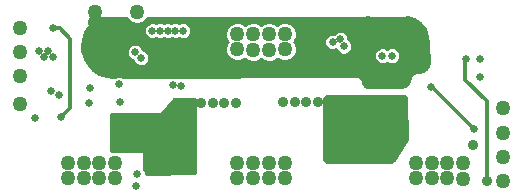
<source format=gbr>
G04 #@! TF.GenerationSoftware,KiCad,Pcbnew,(5.0.0)*
G04 #@! TF.CreationDate,2021-01-14T10:17:43-08:00*
G04 #@! TF.ProjectId,Buffer - Rev D,427566666572202D2052657620442E6B,rev?*
G04 #@! TF.SameCoordinates,Original*
G04 #@! TF.FileFunction,Copper,L3,Inr,Signal*
G04 #@! TF.FilePolarity,Positive*
%FSLAX46Y46*%
G04 Gerber Fmt 4.6, Leading zero omitted, Abs format (unit mm)*
G04 Created by KiCad (PCBNEW (5.0.0)) date 01/14/21 10:17:43*
%MOMM*%
%LPD*%
G01*
G04 APERTURE LIST*
G04 #@! TA.AperFunction,ViaPad*
%ADD10C,1.270000*%
G04 #@! TD*
G04 #@! TA.AperFunction,ViaPad*
%ADD11C,0.635000*%
G04 #@! TD*
G04 #@! TA.AperFunction,ViaPad*
%ADD12C,0.889000*%
G04 #@! TD*
G04 #@! TA.AperFunction,Conductor*
%ADD13C,0.330200*%
G04 #@! TD*
G04 #@! TA.AperFunction,Conductor*
%ADD14C,0.635000*%
G04 #@! TD*
G04 #@! TA.AperFunction,Conductor*
%ADD15C,1.270000*%
G04 #@! TD*
G04 #@! TA.AperFunction,Conductor*
%ADD16C,0.254000*%
G04 #@! TD*
G04 APERTURE END LIST*
D10*
G04 #@! TO.N,/Vc2Neg*
G04 #@! TO.C,TP2*
X21096200Y12300000D03*
G04 #@! TD*
G04 #@! TO.N,/Vc2Neg*
G04 #@! TO.C,TP2*
X19750000Y12300000D03*
G04 #@! TD*
G04 #@! TO.N,/Vc2Neg*
G04 #@! TO.C,TP1*
X9906000Y15494000D03*
G04 #@! TD*
G04 #@! TO.N,/Vc2Neg*
G04 #@! TO.C,TP2*
X18415000Y12334900D03*
G04 #@! TD*
G04 #@! TO.N,/Vc2Neg*
G04 #@! TO.C,TP2*
X18415000Y13604900D03*
G04 #@! TD*
G04 #@! TO.N,/Vc2Neg*
G04 #@! TO.C,TP2*
X22415500Y12334900D03*
G04 #@! TD*
G04 #@! TO.N,/Vc2Neg*
G04 #@! TO.C,TP2*
X21082000Y13604900D03*
G04 #@! TD*
G04 #@! TO.N,/Vc2Neg*
G04 #@! TO.C,TP2*
X22415500Y13604900D03*
G04 #@! TD*
G04 #@! TO.N,/Vc2Neg*
G04 #@! TO.C,TP2*
X19748500Y13604900D03*
G04 #@! TD*
G04 #@! TO.N,/Vc2Pos*
G04 #@! TO.C,TP2*
X21082000Y1397000D03*
G04 #@! TD*
G04 #@! TO.N,/Vc2Pos*
G04 #@! TO.C,TP2*
X22415500Y1397000D03*
G04 #@! TD*
G04 #@! TO.N,/LfNeg*
G04 #@! TO.C,TP2*
X8064500Y1397000D03*
G04 #@! TD*
G04 #@! TO.N,/CfNeg*
G04 #@! TO.C,TP2*
X37528500Y1320800D03*
G04 #@! TD*
G04 #@! TO.N,/CfNeg*
G04 #@! TO.C,TP2*
X36195000Y1397000D03*
G04 #@! TD*
G04 #@! TO.N,/CfNeg*
G04 #@! TO.C,TP2*
X33528000Y2667000D03*
G04 #@! TD*
G04 #@! TO.N,/CfNeg*
G04 #@! TO.C,TP2*
X33528000Y1397000D03*
G04 #@! TD*
G04 #@! TO.N,/CfNeg*
G04 #@! TO.C,TP2*
X36195000Y2667000D03*
G04 #@! TD*
G04 #@! TO.N,/CfNeg*
G04 #@! TO.C,TP2*
X34861500Y2667000D03*
G04 #@! TD*
G04 #@! TO.N,/CfNeg*
G04 #@! TO.C,TP2*
X34861500Y1397000D03*
G04 #@! TD*
G04 #@! TO.N,/CfNeg*
G04 #@! TO.C,TP2*
X37528500Y2667000D03*
G04 #@! TD*
G04 #@! TO.N,/PWM2*
G04 #@! TO.C,TP11*
X40894000Y7366000D03*
G04 #@! TD*
G04 #@! TO.N,/Vc2Pos*
G04 #@! TO.C,TP2*
X19748500Y1397000D03*
G04 #@! TD*
G04 #@! TO.N,/Vc2Pos*
G04 #@! TO.C,TP2*
X18415000Y1397000D03*
G04 #@! TD*
G04 #@! TO.N,/Vc2Pos*
G04 #@! TO.C,TP2*
X22415500Y2667000D03*
G04 #@! TD*
G04 #@! TO.N,/Vc2Pos*
G04 #@! TO.C,TP2*
X21082000Y2667000D03*
G04 #@! TD*
G04 #@! TO.N,/Vc2Pos*
G04 #@! TO.C,TP2*
X19748500Y2667000D03*
G04 #@! TD*
G04 #@! TO.N,/Vc2Pos*
G04 #@! TO.C,TP2*
X18415000Y2667000D03*
G04 #@! TD*
G04 #@! TO.N,/LfNeg*
G04 #@! TO.C,TP2*
X6731000Y2667000D03*
G04 #@! TD*
G04 #@! TO.N,/LfNeg*
G04 #@! TO.C,TP2*
X5397500Y2667000D03*
G04 #@! TD*
G04 #@! TO.N,/LfNeg*
G04 #@! TO.C,TP2*
X8064500Y2667000D03*
G04 #@! TD*
G04 #@! TO.N,/LfNeg*
G04 #@! TO.C,TP2*
X6731000Y1397000D03*
G04 #@! TD*
G04 #@! TO.N,/LfNeg*
G04 #@! TO.C,TP2*
X5397500Y1397000D03*
G04 #@! TD*
G04 #@! TO.N,/LfNeg*
G04 #@! TO.C,TP2*
X4064000Y2667000D03*
G04 #@! TD*
G04 #@! TO.N,/LfNeg*
G04 #@! TO.C,TP2*
X4064000Y1397000D03*
G04 #@! TD*
G04 #@! TO.N,/5.5V_Iso*
G04 #@! TO.C,TP15*
X6350000Y15494000D03*
G04 #@! TD*
G04 #@! TO.N,/5V*
G04 #@! TO.C,TP17*
X0Y14097000D03*
G04 #@! TD*
G04 #@! TO.N,/GNDI*
G04 #@! TO.C,TP5*
X40894000Y3175000D03*
G04 #@! TD*
G04 #@! TO.N,/EnableL2*
G04 #@! TO.C,TP9*
X40894000Y5207000D03*
G04 #@! TD*
G04 #@! TO.N,/EnableL1*
G04 #@! TO.C,TP6*
X0Y7731000D03*
G04 #@! TD*
G04 #@! TO.N,/5V*
G04 #@! TO.C,TP4*
X40894000Y1143000D03*
G04 #@! TD*
G04 #@! TO.N,/GNDI*
G04 #@! TO.C,TP3*
X0Y12065000D03*
G04 #@! TD*
G04 #@! TO.N,/PWMA1*
G04 #@! TO.C,TP2*
X0Y10033000D03*
G04 #@! TD*
D11*
G04 #@! TO.N,/GNDI*
X38912800Y11531600D03*
X3276600Y8500000D03*
X2600000Y8813800D03*
X38921000Y9956800D03*
D12*
X38328600Y4216400D03*
D11*
X1651000Y12192000D03*
X2794000Y11684000D03*
X2032000Y11684000D03*
X2413000Y12192000D03*
X5948920Y9017000D03*
G04 #@! TO.N,/VDDB1*
X9880600Y1752600D03*
X9855200Y787400D03*
X8483600Y7874000D03*
D12*
G04 #@! TO.N,/CfNeg*
X23266400Y7874000D03*
X26162000Y7874000D03*
X25196800Y7874000D03*
X24231600Y7874000D03*
X22301200Y7874000D03*
D11*
X28384500Y3873500D03*
X27724100Y3708400D03*
X32385000Y8128000D03*
X27673300Y3009900D03*
D12*
G04 #@! TO.N,/5V*
X39547800Y1193800D03*
D11*
X2768600Y14122400D03*
X3454400Y6578600D03*
X37795200Y11506200D03*
D12*
G04 #@! TO.N,/5.5V_Iso*
X32816800Y14744700D03*
D11*
X8432800Y10464800D03*
X8138160Y13975080D03*
X7818120Y14523720D03*
X7487920Y13975080D03*
D12*
X29500000Y14750000D03*
D11*
X32512000Y9525000D03*
D12*
G04 #@! TO.N,/LfNeg*
X16319500Y7823200D03*
X14389100Y7823200D03*
X18249900Y7823200D03*
X17284700Y7823200D03*
X15354300Y7823200D03*
D11*
X13855700Y2984500D03*
X14478000Y2768600D03*
X13944600Y2311400D03*
X8407402Y6197600D03*
G04 #@! TO.N,/Vc2Neg*
X12499915Y13906500D03*
X13157200Y13919200D03*
X13817600Y13919200D03*
X30693185Y11791941D03*
X31496000Y11791941D03*
X27114500Y13208000D03*
X27432000Y12573000D03*
X26479500Y12954000D03*
X8382000Y9398000D03*
X13614400Y9258300D03*
X12954000Y9283700D03*
X11849100Y13919200D03*
X11201400Y13919200D03*
X9740900Y12077700D03*
X10261600Y11582400D03*
G04 #@! TO.N,/Enable1*
X1270000Y6477000D03*
X5841997Y7747003D03*
G04 #@! TO.N,/Enable2*
X38481000Y5588000D03*
X34798000Y9144000D03*
G04 #@! TD*
D13*
G04 #@! TO.N,/5V*
X2768600Y14122400D02*
X3352800Y14122400D01*
X3352800Y14122400D02*
X4267200Y13208000D01*
X4267200Y13208000D02*
X4267200Y7391400D01*
X4267200Y7391400D02*
X3454400Y6578600D01*
X39547800Y1193800D02*
X39547800Y1822417D01*
X39547800Y1822417D02*
X39547800Y7924800D01*
X39547800Y7924800D02*
X37719000Y9753600D01*
X37719000Y9753600D02*
X37719000Y11506200D01*
X37719000Y11506200D02*
X37719000Y11506200D01*
D14*
G04 #@! TO.N,/5.5V_Iso*
X6343301Y14795500D02*
X6471891Y14924090D01*
D15*
X6981510Y13975080D02*
X6350000Y14606590D01*
X7487920Y13975080D02*
X6981510Y13975080D01*
D13*
G04 #@! TO.N,/LfNeg*
X14338300Y7874000D02*
X14389100Y7823200D01*
G04 #@! TO.N,/Enable2*
X34925000Y9144000D02*
X34798000Y9144000D01*
X38481000Y5588000D02*
X34925000Y9144000D01*
G04 #@! TD*
D16*
G04 #@! TO.N,/5.5V_Iso*
G36*
X9044676Y14918482D02*
X9330482Y14632676D01*
X9703905Y14478000D01*
X10108095Y14478000D01*
X10481518Y14632676D01*
X10767324Y14918482D01*
X10806474Y15013000D01*
X33137007Y15013000D01*
X33369789Y14917091D01*
X33870785Y14535152D01*
X34256477Y14037046D01*
X34500838Y13456390D01*
X34588516Y12824110D01*
X34600965Y11168510D01*
X34545248Y10877436D01*
X34389258Y10640601D01*
X34154418Y10481631D01*
X33864072Y10422238D01*
X33656295Y10421172D01*
X33623552Y10416705D01*
X33304827Y10329842D01*
X33248188Y10296883D01*
X33015195Y10062692D01*
X32982527Y10005885D01*
X32897327Y9686824D01*
X32820799Y9401218D01*
X32635782Y9216201D01*
X32366325Y9144000D01*
X29417221Y9144000D01*
X29243991Y9190417D01*
X29129417Y9304991D01*
X29078673Y9494370D01*
X29078667Y9494392D01*
X29019100Y9716542D01*
X28986188Y9773501D01*
X28823468Y9936047D01*
X28766474Y9968898D01*
X28544261Y10028229D01*
X28511365Y10032527D01*
X8726252Y10011456D01*
X8520940Y10096500D01*
X8243060Y10096500D01*
X8035973Y10010721D01*
X7855595Y10010529D01*
X7266675Y10076295D01*
X6713960Y10269179D01*
X6218073Y10580292D01*
X5803908Y10994017D01*
X5492268Y11489571D01*
X5298792Y12042086D01*
X5279112Y12216640D01*
X9042400Y12216640D01*
X9042400Y11938760D01*
X9148741Y11682032D01*
X9345232Y11485541D01*
X9587182Y11385321D01*
X9669441Y11186732D01*
X9865932Y10990241D01*
X10122660Y10883900D01*
X10400540Y10883900D01*
X10657268Y10990241D01*
X10853759Y11186732D01*
X10960100Y11443460D01*
X10960100Y11721340D01*
X10853759Y11978068D01*
X10657268Y12174559D01*
X10415318Y12274779D01*
X10333059Y12473368D01*
X10136568Y12669859D01*
X9879840Y12776200D01*
X9601960Y12776200D01*
X9345232Y12669859D01*
X9148741Y12473368D01*
X9042400Y12216640D01*
X5279112Y12216640D01*
X5233204Y12623805D01*
X5298777Y13205780D01*
X5492208Y13758577D01*
X5680436Y14058140D01*
X10502900Y14058140D01*
X10502900Y13780260D01*
X10609241Y13523532D01*
X10805732Y13327041D01*
X11062460Y13220700D01*
X11340340Y13220700D01*
X11525250Y13297293D01*
X11710160Y13220700D01*
X11988040Y13220700D01*
X12159177Y13291588D01*
X12360975Y13208000D01*
X12638855Y13208000D01*
X12843888Y13292928D01*
X13018260Y13220700D01*
X13296140Y13220700D01*
X13487400Y13299923D01*
X13678660Y13220700D01*
X13956540Y13220700D01*
X14213268Y13327041D01*
X14409759Y13523532D01*
X14516100Y13780260D01*
X14516100Y13806995D01*
X17399000Y13806995D01*
X17399000Y13402805D01*
X17553676Y13029382D01*
X17613158Y12969900D01*
X17553676Y12910418D01*
X17399000Y12536995D01*
X17399000Y12132805D01*
X17553676Y11759382D01*
X17839482Y11473576D01*
X18212905Y11318900D01*
X18617095Y11318900D01*
X18990518Y11473576D01*
X19065050Y11548108D01*
X19174482Y11438676D01*
X19547905Y11284000D01*
X19952095Y11284000D01*
X20325518Y11438676D01*
X20423100Y11536258D01*
X20520682Y11438676D01*
X20894105Y11284000D01*
X21298295Y11284000D01*
X21671718Y11438676D01*
X21773300Y11540258D01*
X21839982Y11473576D01*
X22213405Y11318900D01*
X22617595Y11318900D01*
X22991018Y11473576D01*
X23276824Y11759382D01*
X23431500Y12132805D01*
X23431500Y12536995D01*
X23276824Y12910418D01*
X23217342Y12969900D01*
X23276824Y13029382D01*
X23303150Y13092940D01*
X25781000Y13092940D01*
X25781000Y12815060D01*
X25887341Y12558332D01*
X26083832Y12361841D01*
X26340560Y12255500D01*
X26618440Y12255500D01*
X26779780Y12322330D01*
X26839841Y12177332D01*
X27036332Y11980841D01*
X27293060Y11874500D01*
X27570940Y11874500D01*
X27707054Y11930881D01*
X29994685Y11930881D01*
X29994685Y11653001D01*
X30101026Y11396273D01*
X30297517Y11199782D01*
X30554245Y11093441D01*
X30832125Y11093441D01*
X31088853Y11199782D01*
X31094593Y11205522D01*
X31100332Y11199782D01*
X31357060Y11093441D01*
X31634940Y11093441D01*
X31891668Y11199782D01*
X32088159Y11396273D01*
X32194500Y11653001D01*
X32194500Y11930881D01*
X32088159Y12187609D01*
X31891668Y12384100D01*
X31634940Y12490441D01*
X31357060Y12490441D01*
X31100332Y12384100D01*
X31094593Y12378361D01*
X31088853Y12384100D01*
X30832125Y12490441D01*
X30554245Y12490441D01*
X30297517Y12384100D01*
X30101026Y12187609D01*
X29994685Y11930881D01*
X27707054Y11930881D01*
X27827668Y11980841D01*
X28024159Y12177332D01*
X28130500Y12434060D01*
X28130500Y12711940D01*
X28024159Y12968668D01*
X27827668Y13165159D01*
X27813000Y13171235D01*
X27813000Y13346940D01*
X27706659Y13603668D01*
X27510168Y13800159D01*
X27253440Y13906500D01*
X26975560Y13906500D01*
X26718832Y13800159D01*
X26571173Y13652500D01*
X26340560Y13652500D01*
X26083832Y13546159D01*
X25887341Y13349668D01*
X25781000Y13092940D01*
X23303150Y13092940D01*
X23431500Y13402805D01*
X23431500Y13806995D01*
X23276824Y14180418D01*
X22991018Y14466224D01*
X22617595Y14620900D01*
X22213405Y14620900D01*
X21839982Y14466224D01*
X21748750Y14374992D01*
X21657518Y14466224D01*
X21284095Y14620900D01*
X20879905Y14620900D01*
X20506482Y14466224D01*
X20415250Y14374992D01*
X20324018Y14466224D01*
X19950595Y14620900D01*
X19546405Y14620900D01*
X19172982Y14466224D01*
X19081750Y14374992D01*
X18990518Y14466224D01*
X18617095Y14620900D01*
X18212905Y14620900D01*
X17839482Y14466224D01*
X17553676Y14180418D01*
X17399000Y13806995D01*
X14516100Y13806995D01*
X14516100Y14058140D01*
X14409759Y14314868D01*
X14213268Y14511359D01*
X13956540Y14617700D01*
X13678660Y14617700D01*
X13487400Y14538477D01*
X13296140Y14617700D01*
X13018260Y14617700D01*
X12813227Y14532772D01*
X12638855Y14605000D01*
X12360975Y14605000D01*
X12189838Y14534112D01*
X11988040Y14617700D01*
X11710160Y14617700D01*
X11525250Y14541107D01*
X11340340Y14617700D01*
X11062460Y14617700D01*
X10805732Y14511359D01*
X10609241Y14314868D01*
X10502900Y14058140D01*
X5680436Y14058140D01*
X5803799Y14254470D01*
X6217930Y14668601D01*
X6713823Y14980192D01*
X6807583Y15013000D01*
X9005526Y15013000D01*
X9044676Y14918482D01*
X9044676Y14918482D01*
G37*
X9044676Y14918482D02*
X9330482Y14632676D01*
X9703905Y14478000D01*
X10108095Y14478000D01*
X10481518Y14632676D01*
X10767324Y14918482D01*
X10806474Y15013000D01*
X33137007Y15013000D01*
X33369789Y14917091D01*
X33870785Y14535152D01*
X34256477Y14037046D01*
X34500838Y13456390D01*
X34588516Y12824110D01*
X34600965Y11168510D01*
X34545248Y10877436D01*
X34389258Y10640601D01*
X34154418Y10481631D01*
X33864072Y10422238D01*
X33656295Y10421172D01*
X33623552Y10416705D01*
X33304827Y10329842D01*
X33248188Y10296883D01*
X33015195Y10062692D01*
X32982527Y10005885D01*
X32897327Y9686824D01*
X32820799Y9401218D01*
X32635782Y9216201D01*
X32366325Y9144000D01*
X29417221Y9144000D01*
X29243991Y9190417D01*
X29129417Y9304991D01*
X29078673Y9494370D01*
X29078667Y9494392D01*
X29019100Y9716542D01*
X28986188Y9773501D01*
X28823468Y9936047D01*
X28766474Y9968898D01*
X28544261Y10028229D01*
X28511365Y10032527D01*
X8726252Y10011456D01*
X8520940Y10096500D01*
X8243060Y10096500D01*
X8035973Y10010721D01*
X7855595Y10010529D01*
X7266675Y10076295D01*
X6713960Y10269179D01*
X6218073Y10580292D01*
X5803908Y10994017D01*
X5492268Y11489571D01*
X5298792Y12042086D01*
X5279112Y12216640D01*
X9042400Y12216640D01*
X9042400Y11938760D01*
X9148741Y11682032D01*
X9345232Y11485541D01*
X9587182Y11385321D01*
X9669441Y11186732D01*
X9865932Y10990241D01*
X10122660Y10883900D01*
X10400540Y10883900D01*
X10657268Y10990241D01*
X10853759Y11186732D01*
X10960100Y11443460D01*
X10960100Y11721340D01*
X10853759Y11978068D01*
X10657268Y12174559D01*
X10415318Y12274779D01*
X10333059Y12473368D01*
X10136568Y12669859D01*
X9879840Y12776200D01*
X9601960Y12776200D01*
X9345232Y12669859D01*
X9148741Y12473368D01*
X9042400Y12216640D01*
X5279112Y12216640D01*
X5233204Y12623805D01*
X5298777Y13205780D01*
X5492208Y13758577D01*
X5680436Y14058140D01*
X10502900Y14058140D01*
X10502900Y13780260D01*
X10609241Y13523532D01*
X10805732Y13327041D01*
X11062460Y13220700D01*
X11340340Y13220700D01*
X11525250Y13297293D01*
X11710160Y13220700D01*
X11988040Y13220700D01*
X12159177Y13291588D01*
X12360975Y13208000D01*
X12638855Y13208000D01*
X12843888Y13292928D01*
X13018260Y13220700D01*
X13296140Y13220700D01*
X13487400Y13299923D01*
X13678660Y13220700D01*
X13956540Y13220700D01*
X14213268Y13327041D01*
X14409759Y13523532D01*
X14516100Y13780260D01*
X14516100Y13806995D01*
X17399000Y13806995D01*
X17399000Y13402805D01*
X17553676Y13029382D01*
X17613158Y12969900D01*
X17553676Y12910418D01*
X17399000Y12536995D01*
X17399000Y12132805D01*
X17553676Y11759382D01*
X17839482Y11473576D01*
X18212905Y11318900D01*
X18617095Y11318900D01*
X18990518Y11473576D01*
X19065050Y11548108D01*
X19174482Y11438676D01*
X19547905Y11284000D01*
X19952095Y11284000D01*
X20325518Y11438676D01*
X20423100Y11536258D01*
X20520682Y11438676D01*
X20894105Y11284000D01*
X21298295Y11284000D01*
X21671718Y11438676D01*
X21773300Y11540258D01*
X21839982Y11473576D01*
X22213405Y11318900D01*
X22617595Y11318900D01*
X22991018Y11473576D01*
X23276824Y11759382D01*
X23431500Y12132805D01*
X23431500Y12536995D01*
X23276824Y12910418D01*
X23217342Y12969900D01*
X23276824Y13029382D01*
X23303150Y13092940D01*
X25781000Y13092940D01*
X25781000Y12815060D01*
X25887341Y12558332D01*
X26083832Y12361841D01*
X26340560Y12255500D01*
X26618440Y12255500D01*
X26779780Y12322330D01*
X26839841Y12177332D01*
X27036332Y11980841D01*
X27293060Y11874500D01*
X27570940Y11874500D01*
X27707054Y11930881D01*
X29994685Y11930881D01*
X29994685Y11653001D01*
X30101026Y11396273D01*
X30297517Y11199782D01*
X30554245Y11093441D01*
X30832125Y11093441D01*
X31088853Y11199782D01*
X31094593Y11205522D01*
X31100332Y11199782D01*
X31357060Y11093441D01*
X31634940Y11093441D01*
X31891668Y11199782D01*
X32088159Y11396273D01*
X32194500Y11653001D01*
X32194500Y11930881D01*
X32088159Y12187609D01*
X31891668Y12384100D01*
X31634940Y12490441D01*
X31357060Y12490441D01*
X31100332Y12384100D01*
X31094593Y12378361D01*
X31088853Y12384100D01*
X30832125Y12490441D01*
X30554245Y12490441D01*
X30297517Y12384100D01*
X30101026Y12187609D01*
X29994685Y11930881D01*
X27707054Y11930881D01*
X27827668Y11980841D01*
X28024159Y12177332D01*
X28130500Y12434060D01*
X28130500Y12711940D01*
X28024159Y12968668D01*
X27827668Y13165159D01*
X27813000Y13171235D01*
X27813000Y13346940D01*
X27706659Y13603668D01*
X27510168Y13800159D01*
X27253440Y13906500D01*
X26975560Y13906500D01*
X26718832Y13800159D01*
X26571173Y13652500D01*
X26340560Y13652500D01*
X26083832Y13546159D01*
X25887341Y13349668D01*
X25781000Y13092940D01*
X23303150Y13092940D01*
X23431500Y13402805D01*
X23431500Y13806995D01*
X23276824Y14180418D01*
X22991018Y14466224D01*
X22617595Y14620900D01*
X22213405Y14620900D01*
X21839982Y14466224D01*
X21748750Y14374992D01*
X21657518Y14466224D01*
X21284095Y14620900D01*
X20879905Y14620900D01*
X20506482Y14466224D01*
X20415250Y14374992D01*
X20324018Y14466224D01*
X19950595Y14620900D01*
X19546405Y14620900D01*
X19172982Y14466224D01*
X19081750Y14374992D01*
X18990518Y14466224D01*
X18617095Y14620900D01*
X18212905Y14620900D01*
X17839482Y14466224D01*
X17553676Y14180418D01*
X17399000Y13806995D01*
X14516100Y13806995D01*
X14516100Y14058140D01*
X14409759Y14314868D01*
X14213268Y14511359D01*
X13956540Y14617700D01*
X13678660Y14617700D01*
X13487400Y14538477D01*
X13296140Y14617700D01*
X13018260Y14617700D01*
X12813227Y14532772D01*
X12638855Y14605000D01*
X12360975Y14605000D01*
X12189838Y14534112D01*
X11988040Y14617700D01*
X11710160Y14617700D01*
X11525250Y14541107D01*
X11340340Y14617700D01*
X11062460Y14617700D01*
X10805732Y14511359D01*
X10609241Y14314868D01*
X10502900Y14058140D01*
X5680436Y14058140D01*
X5803799Y14254470D01*
X6217930Y14668601D01*
X6713823Y14980192D01*
X6807583Y15013000D01*
X9005526Y15013000D01*
X9044676Y14918482D01*
G04 #@! TO.N,/LfNeg*
G36*
X14782800Y1828087D02*
X10655300Y1804833D01*
X10655300Y1906697D01*
X10537359Y2191432D01*
X10531773Y2197018D01*
X10540997Y3580553D01*
X10531654Y3629218D01*
X10504399Y3670602D01*
X10463382Y3698406D01*
X10414000Y3708400D01*
X7670800Y3708400D01*
X7670800Y6858000D01*
X11912600Y6858000D01*
X11961201Y6867667D01*
X12010893Y6904579D01*
X13002117Y8116075D01*
X14782800Y8139051D01*
X14782800Y1828087D01*
X14782800Y1828087D01*
G37*
X14782800Y1828087D02*
X10655300Y1804833D01*
X10655300Y1906697D01*
X10537359Y2191432D01*
X10531773Y2197018D01*
X10540997Y3580553D01*
X10531654Y3629218D01*
X10504399Y3670602D01*
X10463382Y3698406D01*
X10414000Y3708400D01*
X7670800Y3708400D01*
X7670800Y6858000D01*
X11912600Y6858000D01*
X11961201Y6867667D01*
X12010893Y6904579D01*
X13002117Y8116075D01*
X14782800Y8139051D01*
X14782800Y1828087D01*
G04 #@! TO.N,/CfNeg*
G36*
X32655402Y8294359D02*
X32719606Y8143527D01*
X32764467Y4689239D01*
X32721204Y4544586D01*
X31629339Y2928625D01*
X31423179Y2818551D01*
X25997641Y2795464D01*
X25844510Y2858321D01*
X25781000Y3011187D01*
X25781000Y8140837D01*
X25844196Y8293404D01*
X25996763Y8356600D01*
X32503749Y8356600D01*
X32655402Y8294359D01*
X32655402Y8294359D01*
G37*
X32655402Y8294359D02*
X32719606Y8143527D01*
X32764467Y4689239D01*
X32721204Y4544586D01*
X31629339Y2928625D01*
X31423179Y2818551D01*
X25997641Y2795464D01*
X25844510Y2858321D01*
X25781000Y3011187D01*
X25781000Y8140837D01*
X25844196Y8293404D01*
X25996763Y8356600D01*
X32503749Y8356600D01*
X32655402Y8294359D01*
G04 #@! TD*
M02*

</source>
